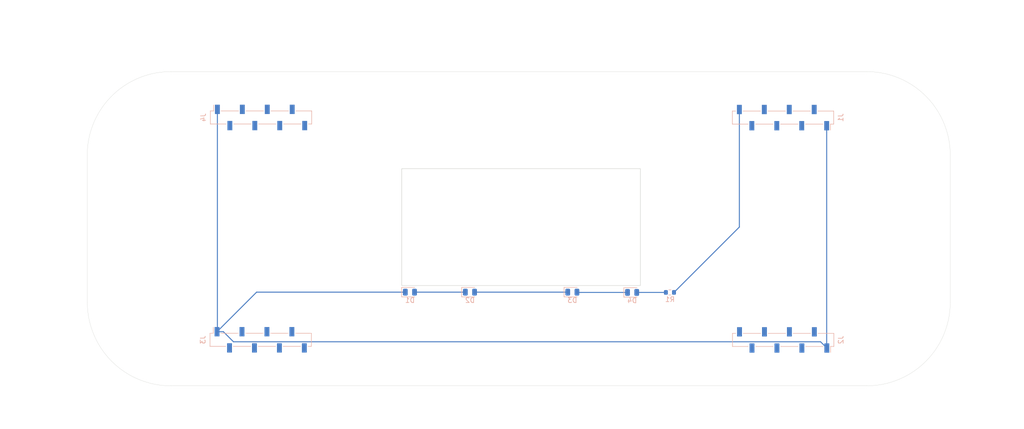
<source format=kicad_pcb>
(kicad_pcb (version 20221018) (generator pcbnew)
  (layers (0 "F.Cu" signal) (31 "B.Cu" signal) (34 "B.Paste" user) (35 "F.Paste" user) (36 "B.SilkS" user "B.Silkscreen") (37 "F.SilkS" user "F.Silkscreen") (38 "B.Mask" user) (39 "F.Mask" user) (44 "Edge.Cuts" user))
  (net 0 "")
  (net 1 "GND")
  (net 13 "+3.3V")
  (net 15 "SDA")
  (net 16 "SCL")
  (net 19 "GPIO11")
  (net 27 "Net-(D4-A)")
  (net 31 "Net-(D1-A)")
  (net 32 "Net-(D2-A)")
  (net 33 "Net-(D3-A)")
  (footprint "LED_SMD:LED_0805_2012Metric" (layer "B.Cu") (at 122.591428 120.025)
    (fp_text reference "D1" (at 0 1.65) (layer "B.SilkS") (effects (justify mirror)))
    (fp_text value "LED")
    (fp_line (start -1.685 -0.96) (end 1 -0.96) (stroke (width 0.12)) (layer "B.SilkS"))
    (fp_line (start -1.685 0.96) (end -1.685 -0.96) (stroke (width 0.12)) (layer "B.SilkS"))
    (fp_line (start 1 0.96) (end -1.685 0.96) (stroke (width 0.12)) (layer "B.SilkS"))
    (pad "1" smd roundrect (at -0.9375 0) (size 0.975 1.4) (layers "B.Cu" "B.Paste" "B.Mask") (net 1 "GND"))
    (pad "2" smd roundrect (at 0.9375 0) (size 0.975 1.4) (layers "B.Cu" "B.Paste" "B.Mask") (net 31 "Net-(D1-A)"))
  )
  (footprint "LED_SMD:LED_0805_2012Metric" (layer "B.Cu") (at 167.841428 120.075)
    (fp_text reference "D4" (at 0 1.65) (layer "B.SilkS") (effects (justify mirror)))
    (fp_text value "LED")
    (fp_line (start -1.685 -0.96) (end 1 -0.96) (stroke (width 0.12)) (layer "B.SilkS"))
    (fp_line (start -1.685 0.96) (end -1.685 -0.96) (stroke (width 0.12)) (layer "B.SilkS"))
    (fp_line (start 1 0.96) (end -1.685 0.96) (stroke (width 0.12)) (layer "B.SilkS"))
    (pad "1" smd roundrect (at -0.9375 0) (size 0.975 1.4) (layers "B.Cu" "B.Paste" "B.Mask") (net 33 "Net-(D3-A)"))
    (pad "2" smd roundrect (at 0.9375 0) (size 0.975 1.4) (layers "B.Cu" "B.Paste" "B.Mask") (net 27 "Net-(D4-A)"))
  )
  (footprint "Connector_PinSocket_2.54mm:PinSocket_1x08_P2.54mm_Vertical_SMD_Pin1Left" (layer "B.Cu") (at 92.2 129.725 -90)
    (fp_text reference "J3" (at 0 11.76 90) (layer "B.SilkS") (effects (justify mirror)))
    (fp_text value "xx")
    (fp_line (start -2.54 9.65) (end -1.33 9.65) (stroke (width 0.12)) (layer "B.SilkS"))
    (fp_line (start -1.33 -10.32) (end 1.33 -10.32) (stroke (width 0.12)) (layer "B.SilkS"))
    (fp_line (start -1.33 -7.11) (end -1.33 -10.32) (stroke (width 0.12)) (layer "B.SilkS"))
    (fp_line (start -1.33 -2.03) (end -1.33 -5.59) (stroke (width 0.12)) (layer "B.SilkS"))
    (fp_line (start -1.33 3.05) (end -1.33 -0.51) (stroke (width 0.12)) (layer "B.SilkS"))
    (fp_line (start -1.33 8.13) (end -1.33 4.57) (stroke (width 0.12)) (layer "B.SilkS"))
    (fp_line (start -1.33 10.32) (end -1.33 9.65) (stroke (width 0.12)) (layer "B.SilkS"))
    (fp_line (start -1.33 10.32) (end 1.33 10.32) (stroke (width 0.12)) (layer "B.SilkS"))
    (fp_line (start 1.33 -9.65) (end 1.33 -10.32) (stroke (width 0.12)) (layer "B.SilkS"))
    (fp_line (start 1.33 -4.57) (end 1.33 -8.13) (stroke (width 0.12)) (layer "B.SilkS"))
    (fp_line (start 1.33 0.51) (end 1.33 -3.05) (stroke (width 0.12)) (layer "B.SilkS"))
    (fp_line (start 1.33 5.59) (end 1.33 2.03) (stroke (width 0.12)) (layer "B.SilkS"))
    (fp_line (start 1.33 10.32) (end 1.33 7.11) (stroke (width 0.12)) (layer "B.SilkS"))
    (pad "1" smd rect (at -1.65 8.89 270) (size 1.9 1) (layers "B.Cu" "B.Paste" "B.Mask") (net 1 "GND"))
    (pad "2" smd rect (at 1.65 6.35 270) (size 1.9 1) (layers "B.Cu" "B.Paste" "B.Mask") (net 13 "+3.3V"))
    (pad "3" smd rect (at -1.65 3.81 270) (size 1.9 1) (layers "B.Cu" "B.Paste" "B.Mask"))
    (pad "4" smd rect (at 1.65 1.27 270) (size 1.9 1) (layers "B.Cu" "B.Paste" "B.Mask"))
    (pad "5" smd rect (at -1.65 -1.27 270) (size 1.9 1) (layers "B.Cu" "B.Paste" "B.Mask"))
    (pad "6" smd rect (at 1.65 -3.81 270) (size 1.9 1) (layers "B.Cu" "B.Paste" "B.Mask"))
    (pad "7" smd rect (at -1.65 -6.35 270) (size 1.9 1) (layers "B.Cu" "B.Paste" "B.Mask"))
    (pad "8" smd rect (at 1.65 -8.89 270) (size 1.9 1) (layers "B.Cu" "B.Paste" "B.Mask"))
  )
  (footprint "Connector_PinSocket_2.54mm:PinSocket_1x08_P2.54mm_Vertical_SMD_Pin1Left" (layer "B.Cu") (at 198.6 129.75 90)
    (fp_text reference "J2" (at 0 11.76 90) (layer "B.SilkS") (effects (justify mirror)))
    (fp_text value "xx")
    (fp_line (start -2.54 9.65) (end -1.33 9.65) (stroke (width 0.12)) (layer "B.SilkS"))
    (fp_line (start -1.33 -10.32) (end 1.33 -10.32) (stroke (width 0.12)) (layer "B.SilkS"))
    (fp_line (start -1.33 -7.11) (end -1.33 -10.32) (stroke (width 0.12)) (layer "B.SilkS"))
    (fp_line (start -1.33 -2.03) (end -1.33 -5.59) (stroke (width 0.12)) (layer "B.SilkS"))
    (fp_line (start -1.33 3.05) (end -1.33 -0.51) (stroke (width 0.12)) (layer "B.SilkS"))
    (fp_line (start -1.33 8.13) (end -1.33 4.57) (stroke (width 0.12)) (layer "B.SilkS"))
    (fp_line (start -1.33 10.32) (end -1.33 9.65) (stroke (width 0.12)) (layer "B.SilkS"))
    (fp_line (start -1.33 10.32) (end 1.33 10.32) (stroke (width 0.12)) (layer "B.SilkS"))
    (fp_line (start 1.33 -9.65) (end 1.33 -10.32) (stroke (width 0.12)) (layer "B.SilkS"))
    (fp_line (start 1.33 -4.57) (end 1.33 -8.13) (stroke (width 0.12)) (layer "B.SilkS"))
    (fp_line (start 1.33 0.51) (end 1.33 -3.05) (stroke (width 0.12)) (layer "B.SilkS"))
    (fp_line (start 1.33 5.59) (end 1.33 2.03) (stroke (width 0.12)) (layer "B.SilkS"))
    (fp_line (start 1.33 10.32) (end 1.33 7.11) (stroke (width 0.12)) (layer "B.SilkS"))
    (pad "1" smd rect (at -1.65 8.89 90) (size 1.9 1) (layers "B.Cu" "B.Paste" "B.Mask") (net 1 "GND"))
    (pad "2" smd rect (at 1.65 6.35 90) (size 1.9 1) (layers "B.Cu" "B.Paste" "B.Mask"))
    (pad "3" smd rect (at -1.65 3.81 90) (size 1.9 1) (layers "B.Cu" "B.Paste" "B.Mask"))
    (pad "4" smd rect (at 1.65 1.27 90) (size 1.9 1) (layers "B.Cu" "B.Paste" "B.Mask"))
    (pad "5" smd rect (at -1.65 -1.27 90) (size 1.9 1) (layers "B.Cu" "B.Paste" "B.Mask"))
    (pad "6" smd rect (at 1.65 -3.81 90) (size 1.9 1) (layers "B.Cu" "B.Paste" "B.Mask"))
    (pad "7" smd rect (at -1.65 -6.35 90) (size 1.9 1) (layers "B.Cu" "B.Paste" "B.Mask"))
    (pad "8" smd rect (at 1.65 -8.89 90) (size 1.9 1) (layers "B.Cu" "B.Paste" "B.Mask"))
  )
  (footprint "LED_SMD:LED_0805_2012Metric" (layer "B.Cu") (at 155.666428 120.025)
    (fp_text reference "D3" (at 0 1.65) (layer "B.SilkS") (effects (justify mirror)))
    (fp_text value "LED")
    (fp_line (start -1.685 -0.96) (end 1 -0.96) (stroke (width 0.12)) (layer "B.SilkS"))
    (fp_line (start -1.685 0.96) (end -1.685 -0.96) (stroke (width 0.12)) (layer "B.SilkS"))
    (fp_line (start 1 0.96) (end -1.685 0.96) (stroke (width 0.12)) (layer "B.SilkS"))
    (pad "1" smd roundrect (at -0.9375 0) (size 0.975 1.4) (layers "B.Cu" "B.Paste" "B.Mask") (net 32 "Net-(D2-A)"))
    (pad "2" smd roundrect (at 0.9375 0) (size 0.975 1.4) (layers "B.Cu" "B.Paste" "B.Mask") (net 33 "Net-(D3-A)"))
  )
  (footprint "Resistor_SMD:R_0603_1608Metric" (layer "B.Cu") (at 175.541428 120.075)
    (fp_text reference "R1" (at 0 1.43) (layer "B.SilkS") (effects (justify mirror)))
    (fp_text value "330")
    (fp_line (start -0.237258 -0.5225) (end 0.237258 -0.5225) (stroke (width 0.12)) (layer "B.SilkS"))
    (fp_line (start -0.237258 0.5225) (end 0.237258 0.5225) (stroke (width 0.12)) (layer "B.SilkS"))
    (pad "1" smd roundrect (at -0.825 0) (size 0.8 0.95) (layers "B.Cu" "B.Paste" "B.Mask") (net 27 "Net-(D4-A)"))
    (pad "2" smd roundrect (at 0.825 0) (size 0.8 0.95) (layers "B.Cu" "B.Paste" "B.Mask") (net 19 "GPIO11"))
  )
  (footprint "Connector_PinSocket_2.54mm:PinSocket_1x08_P2.54mm_Vertical_SMD_Pin1Left" (layer "B.Cu") (at 198.57 84.475 90)
    (fp_text reference "J1" (at 0 11.76 90) (layer "B.SilkS") (effects (justify mirror)))
    (fp_text value "xx")
    (fp_line (start -2.54 9.65) (end -1.33 9.65) (stroke (width 0.12)) (layer "B.SilkS"))
    (fp_line (start -1.33 -10.32) (end 1.33 -10.32) (stroke (width 0.12)) (layer "B.SilkS"))
    (fp_line (start -1.33 -7.11) (end -1.33 -10.32) (stroke (width 0.12)) (layer "B.SilkS"))
    (fp_line (start -1.33 -2.03) (end -1.33 -5.59) (stroke (width 0.12)) (layer "B.SilkS"))
    (fp_line (start -1.33 3.05) (end -1.33 -0.51) (stroke (width 0.12)) (layer "B.SilkS"))
    (fp_line (start -1.33 8.13) (end -1.33 4.57) (stroke (width 0.12)) (layer "B.SilkS"))
    (fp_line (start -1.33 10.32) (end -1.33 9.65) (stroke (width 0.12)) (layer "B.SilkS"))
    (fp_line (start -1.33 10.32) (end 1.33 10.32) (stroke (width 0.12)) (layer "B.SilkS"))
    (fp_line (start 1.33 -9.65) (end 1.33 -10.32) (stroke (width 0.12)) (layer "B.SilkS"))
    (fp_line (start 1.33 -4.57) (end 1.33 -8.13) (stroke (width 0.12)) (layer "B.SilkS"))
    (fp_line (start 1.33 0.51) (end 1.33 -3.05) (stroke (width 0.12)) (layer "B.SilkS"))
    (fp_line (start 1.33 5.59) (end 1.33 2.03) (stroke (width 0.12)) (layer "B.SilkS"))
    (fp_line (start 1.33 10.32) (end 1.33 7.11) (stroke (width 0.12)) (layer "B.SilkS"))
    (pad "1" smd rect (at -1.65 8.89 90) (size 1.9 1) (layers "B.Cu" "B.Paste" "B.Mask") (net 1 "GND"))
    (pad "2" smd rect (at 1.65 6.35 90) (size 1.9 1) (layers "B.Cu" "B.Paste" "B.Mask"))
    (pad "3" smd rect (at -1.65 3.81 90) (size 1.9 1) (layers "B.Cu" "B.Paste" "B.Mask"))
    (pad "4" smd rect (at 1.65 1.27 90) (size 1.9 1) (layers "B.Cu" "B.Paste" "B.Mask") (net 15 "SDA"))
    (pad "5" smd rect (at -1.65 -1.27 90) (size 1.9 1) (layers "B.Cu" "B.Paste" "B.Mask") (net 16 "SCL"))
    (pad "6" smd rect (at 1.65 -3.81 90) (size 1.9 1) (layers "B.Cu" "B.Paste" "B.Mask"))
    (pad "7" smd rect (at -1.65 -6.35 90) (size 1.9 1) (layers "B.Cu" "B.Paste" "B.Mask"))
    (pad "8" smd rect (at 1.65 -8.89 90) (size 1.9 1) (layers "B.Cu" "B.Paste" "B.Mask") (net 19 "GPIO11"))
  )
  (footprint "LED_SMD:LED_0805_2012Metric" (layer "B.Cu") (at 134.816428 120.025)
    (fp_text reference "D2" (at 0 1.65) (layer "B.SilkS") (effects (justify mirror)))
    (fp_text value "LED")
    (fp_line (start -1.685 -0.96) (end 1 -0.96) (stroke (width 0.12)) (layer "B.SilkS"))
    (fp_line (start -1.685 0.96) (end -1.685 -0.96) (stroke (width 0.12)) (layer "B.SilkS"))
    (fp_line (start 1 0.96) (end -1.685 0.96) (stroke (width 0.12)) (layer "B.SilkS"))
    (pad "1" smd roundrect (at -0.9375 0) (size 0.975 1.4) (layers "B.Cu" "B.Paste" "B.Mask") (net 31 "Net-(D1-A)"))
    (pad "2" smd roundrect (at 0.9375 0) (size 0.975 1.4) (layers "B.Cu" "B.Paste" "B.Mask") (net 32 "Net-(D2-A)"))
  )
  (footprint "Connector_PinSocket_2.54mm:PinSocket_1x08_P2.54mm_Vertical_SMD_Pin1Left" (layer "B.Cu") (at 92.27 84.45 -90)
    (fp_text reference "J4" (at 0 11.76 90) (layer "B.SilkS") (effects (justify mirror)))
    (fp_text value "xx")
    (fp_line (start -2.54 9.65) (end -1.33 9.65) (stroke (width 0.12)) (layer "B.SilkS"))
    (fp_line (start -1.33 -10.32) (end 1.33 -10.32) (stroke (width 0.12)) (layer "B.SilkS"))
    (fp_line (start -1.33 -7.11) (end -1.33 -10.32) (stroke (width 0.12)) (layer "B.SilkS"))
    (fp_line (start -1.33 -2.03) (end -1.33 -5.59) (stroke (width 0.12)) (layer "B.SilkS"))
    (fp_line (start -1.33 3.05) (end -1.33 -0.51) (stroke (width 0.12)) (layer "B.SilkS"))
    (fp_line (start -1.33 8.13) (end -1.33 4.57) (stroke (width 0.12)) (layer "B.SilkS"))
    (fp_line (start -1.33 10.32) (end -1.33 9.65) (stroke (width 0.12)) (layer "B.SilkS"))
    (fp_line (start -1.33 10.32) (end 1.33 10.32) (stroke (width 0.12)) (layer "B.SilkS"))
    (fp_line (start 1.33 -9.65) (end 1.33 -10.32) (stroke (width 0.12)) (layer "B.SilkS"))
    (fp_line (start 1.33 -4.57) (end 1.33 -8.13) (stroke (width 0.12)) (layer "B.SilkS"))
    (fp_line (start 1.33 0.51) (end 1.33 -3.05) (stroke (width 0.12)) (layer "B.SilkS"))
    (fp_line (start 1.33 5.59) (end 1.33 2.03) (stroke (width 0.12)) (layer "B.SilkS"))
    (fp_line (start 1.33 10.32) (end 1.33 7.11) (stroke (width 0.12)) (layer "B.SilkS"))
    (pad "1" smd rect (at -1.65 8.89 270) (size 1.9 1) (layers "B.Cu" "B.Paste" "B.Mask") (net 1 "GND"))
    (pad "2" smd rect (at 1.65 6.35 270) (size 1.9 1) (layers "B.Cu" "B.Paste" "B.Mask"))
    (pad "3" smd rect (at -1.65 3.81 270) (size 1.9 1) (layers "B.Cu" "B.Paste" "B.Mask"))
    (pad "4" smd rect (at 1.65 1.27 270) (size 1.9 1) (layers "B.Cu" "B.Paste" "B.Mask"))
    (pad "5" smd rect (at -1.65 -1.27 270) (size 1.9 1) (layers "B.Cu" "B.Paste" "B.Mask"))
    (pad "6" smd rect (at 1.65 -3.81 270) (size 1.9 1) (layers "B.Cu" "B.Paste" "B.Mask"))
    (pad "7" smd rect (at -1.65 -6.35 270) (size 1.9 1) (layers "B.Cu" "B.Paste" "B.Mask"))
    (pad "8" smd rect (at 1.65 -8.89 270) (size 1.9 1) (layers "B.Cu" "B.Paste" "B.Mask"))
  )
  (gr_line (start 232.625 92.115) (end 232.625 122.094185) (stroke (width 0.05)) (layer "Edge.Cuts"))
  (gr_line (start 215.625 75.115) (end 73.875 75.115) (stroke (width 0.05)) (layer "Edge.Cuts"))
  (gr_line (start 215.625 139.094185) (end 73.895815 139.094185) (stroke (width 0.05)) (layer "Edge.Cuts"))
  (gr_arc (start 232.625 122.094185) (mid 227.645821 134.11501) (end 215.625 139.094185) (stroke (width 0.05)) (layer "Edge.Cuts"))
  (gr_arc (start 56.875 92.115) (mid 61.854185 80.094185) (end 73.875 75.115) (stroke (width 0.05)) (layer "Edge.Cuts"))
  (gr_line (start 56.875 92.115) (end 56.895815 122.094185) (stroke (width 0.05)) (layer "Edge.Cuts"))
  (gr_arc (start 215.625 75.115) (mid 227.645815 80.094185) (end 232.625 92.115) (stroke (width 0.05)) (layer "Edge.Cuts"))
  (gr_rect (start 120.925 94.875) (end 169.525 118.675) (stroke (width 0.1)) (fill none) (layer "Edge.Cuts"))
  (gr_arc (start 73.895815 139.094185) (mid 61.875001 134.114999) (end 56.895815 122.094185) (stroke (width 0.05)) (layer "Edge.Cuts"))
  (segment (start 83.31 128.075) (end 84.6 128.075) (width 0.2) (layer "B.Cu") (net 1))
  (segment (start 83.38 82.8) (end 83.38 128.005) (width 0.2) (layer "B.Cu") (net 1))
  (segment (start 86.65 130.125) (end 206.215 130.125) (width 0.2) (layer "B.Cu") (net 1))
  (segment (start 121.653928 120.025) (end 91.36 120.025) (width 0.2) (layer "B.Cu") (net 1))
  (segment (start 91.36 120.025) (end 83.31 128.075) (width 0.2) (layer "B.Cu") (net 1))
  (segment (start 84.6 128.075) (end 86.65 130.125) (width 0.2) (layer "B.Cu") (net 1))
  (segment (start 207.46 86.125) (end 207.46 131.37) (width 0.2) (layer "B.Cu") (net 1))
  (segment (start 83.38 128.005) (end 83.31 128.075) (width 0.2) (layer "B.Cu") (net 1))
  (segment (start 206.215 130.125) (end 207.49 131.4) (width 0.2) (layer "B.Cu") (net 1))
  (segment (start 207.46 131.37) (end 207.49 131.4) (width 0.2) (layer "B.Cu") (net 1))
  (segment (start 189.68 106.761428) (end 176.366428 120.075) (width 0.2) (layer "B.Cu") (net 19))
  (segment (start 189.68 82.825) (end 189.68 106.761428) (width 0.2) (layer "B.Cu") (net 19))
  (segment (start 174.716428 120.075) (end 168.778928 120.075) (width 0.2) (layer "B.Cu") (net 27))
  (segment (start 133.878928 120.025) (end 123.528928 120.025) (width 0.2) (layer "B.Cu") (net 31))
  (segment (start 154.728928 120.025) (end 135.753928 120.025) (width 0.2) (layer "B.Cu") (net 32))
  (segment (start 166.903928 120.075) (end 156.653928 120.075) (width 0.2) (layer "B.Cu") (net 33))
  (segment (start 156.653928 120.075) (end 156.603928 120.025) (width 0.2) (layer "B.Cu") (net 33))
)
</source>
